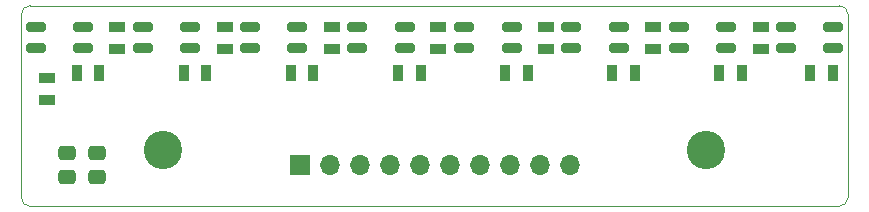
<source format=gbr>
%TF.GenerationSoftware,KiCad,Pcbnew,7.0.1*%
%TF.CreationDate,2023-08-30T00:52:32-03:00*%
%TF.ProjectId,QRE1113_Line_Sensors_x8,51524531-3131-4335-9f4c-696e655f5365,rev?*%
%TF.SameCoordinates,Original*%
%TF.FileFunction,Soldermask,Bot*%
%TF.FilePolarity,Negative*%
%FSLAX46Y46*%
G04 Gerber Fmt 4.6, Leading zero omitted, Abs format (unit mm)*
G04 Created by KiCad (PCBNEW 7.0.1) date 2023-08-30 00:52:32*
%MOMM*%
%LPD*%
G01*
G04 APERTURE LIST*
G04 Aperture macros list*
%AMRoundRect*
0 Rectangle with rounded corners*
0 $1 Rounding radius*
0 $2 $3 $4 $5 $6 $7 $8 $9 X,Y pos of 4 corners*
0 Add a 4 corners polygon primitive as box body*
4,1,4,$2,$3,$4,$5,$6,$7,$8,$9,$2,$3,0*
0 Add four circle primitives for the rounded corners*
1,1,$1+$1,$2,$3*
1,1,$1+$1,$4,$5*
1,1,$1+$1,$6,$7*
1,1,$1+$1,$8,$9*
0 Add four rect primitives between the rounded corners*
20,1,$1+$1,$2,$3,$4,$5,0*
20,1,$1+$1,$4,$5,$6,$7,0*
20,1,$1+$1,$6,$7,$8,$9,0*
20,1,$1+$1,$8,$9,$2,$3,0*%
G04 Aperture macros list end*
%ADD10C,3.250000*%
%ADD11R,1.700000X1.700000*%
%ADD12O,1.700000X1.700000*%
%ADD13R,0.889000X1.397000*%
%ADD14RoundRect,0.197500X-0.632500X0.197500X-0.632500X-0.197500X0.632500X-0.197500X0.632500X0.197500X0*%
%ADD15R,1.397000X0.889000*%
%ADD16RoundRect,0.250000X-0.475000X0.337500X-0.475000X-0.337500X0.475000X-0.337500X0.475000X0.337500X0*%
%TA.AperFunction,Profile*%
%ADD17C,0.100000*%
%TD*%
G04 APERTURE END LIST*
D10*
%TO.C,H1*%
X136990000Y-70450000D03*
%TD*%
%TO.C,H2*%
X183000000Y-70450000D03*
%TD*%
D11*
%TO.C,J1*%
X148565000Y-71752000D03*
D12*
X151105000Y-71752000D03*
X153645000Y-71752000D03*
X156185000Y-71752000D03*
X158725000Y-71752000D03*
X161265000Y-71752000D03*
X163805000Y-71752000D03*
X166345000Y-71752000D03*
X168885000Y-71752000D03*
X171425000Y-71752000D03*
%TD*%
D13*
%TO.C,R14*%
X147828732Y-64000000D03*
X149733732Y-64000000D03*
%TD*%
D14*
%TO.C,U8*%
X126250000Y-60050000D03*
X130250000Y-60050000D03*
X130250000Y-61850000D03*
X126250000Y-61850000D03*
%TD*%
D13*
%TO.C,R16*%
X129695598Y-64000000D03*
X131600598Y-64000000D03*
%TD*%
D14*
%TO.C,U1*%
X189715970Y-60050000D03*
X193715970Y-60050000D03*
X193715970Y-61850000D03*
X189715970Y-61850000D03*
%TD*%
D15*
%TO.C,R12*%
X127200000Y-66272500D03*
X127200000Y-64367500D03*
%TD*%
D14*
%TO.C,U6*%
X144383134Y-60050000D03*
X148383134Y-60050000D03*
X148383134Y-61850000D03*
X144383134Y-61850000D03*
%TD*%
D13*
%TO.C,R8*%
X165961866Y-64000000D03*
X167866866Y-64000000D03*
%TD*%
D15*
%TO.C,R2*%
X178510000Y-61955000D03*
X178510000Y-60050000D03*
%TD*%
%TO.C,R4*%
X160320000Y-61955000D03*
X160320000Y-60050000D03*
%TD*%
D13*
%TO.C,R6*%
X184095000Y-64000000D03*
X186000000Y-64000000D03*
%TD*%
D14*
%TO.C,U4*%
X162516268Y-60050000D03*
X166516268Y-60050000D03*
X166516268Y-61850000D03*
X162516268Y-61850000D03*
%TD*%
%TO.C,U7*%
X135316567Y-60050000D03*
X139316567Y-60050000D03*
X139316567Y-61850000D03*
X135316567Y-61850000D03*
%TD*%
D15*
%TO.C,R3*%
X169440000Y-61955000D03*
X169440000Y-60050000D03*
%TD*%
D13*
%TO.C,R15*%
X138762165Y-64000000D03*
X140667165Y-64000000D03*
%TD*%
D14*
%TO.C,U3*%
X171582835Y-60050000D03*
X175582835Y-60050000D03*
X175582835Y-61850000D03*
X171582835Y-61850000D03*
%TD*%
D13*
%TO.C,R13*%
X156895299Y-64000000D03*
X158800299Y-64000000D03*
%TD*%
D15*
%TO.C,R9*%
X151300000Y-61955000D03*
X151300000Y-60050000D03*
%TD*%
%TO.C,R10*%
X142210000Y-61955000D03*
X142210000Y-60050000D03*
%TD*%
%TO.C,R1*%
X187600000Y-61955000D03*
X187600000Y-60050000D03*
%TD*%
D16*
%TO.C,C1*%
X128900000Y-70702500D03*
X128900000Y-72777500D03*
%TD*%
D15*
%TO.C,R11*%
X133120000Y-61955000D03*
X133120000Y-60050000D03*
%TD*%
D13*
%TO.C,R5*%
X193715970Y-64000000D03*
X191810970Y-64000000D03*
%TD*%
D16*
%TO.C,C2*%
X131400000Y-70702500D03*
X131400000Y-72777500D03*
%TD*%
D13*
%TO.C,R7*%
X175028433Y-64000000D03*
X176933433Y-64000000D03*
%TD*%
D14*
%TO.C,U2*%
X180649402Y-60050000D03*
X184649402Y-60050000D03*
X184649402Y-61850000D03*
X180649402Y-61850000D03*
%TD*%
%TO.C,U5*%
X153449701Y-60050000D03*
X157449701Y-60050000D03*
X157449701Y-61850000D03*
X153449701Y-61850000D03*
%TD*%
D17*
X194250000Y-75250000D02*
X125750000Y-75250000D01*
X125750000Y-58250000D02*
X194250000Y-58250000D01*
X195000000Y-59000000D02*
X195000000Y-74500000D01*
X195000000Y-59000000D02*
G75*
G03*
X194250000Y-58250000I-750000J0D01*
G01*
X125000000Y-74500000D02*
X125000000Y-59000000D01*
X125000000Y-74500000D02*
G75*
G03*
X125750000Y-75250000I750000J0D01*
G01*
X194250000Y-75250000D02*
G75*
G03*
X195000000Y-74500000I0J750000D01*
G01*
X125750000Y-58250000D02*
G75*
G03*
X125000000Y-59000000I0J-750000D01*
G01*
M02*

</source>
